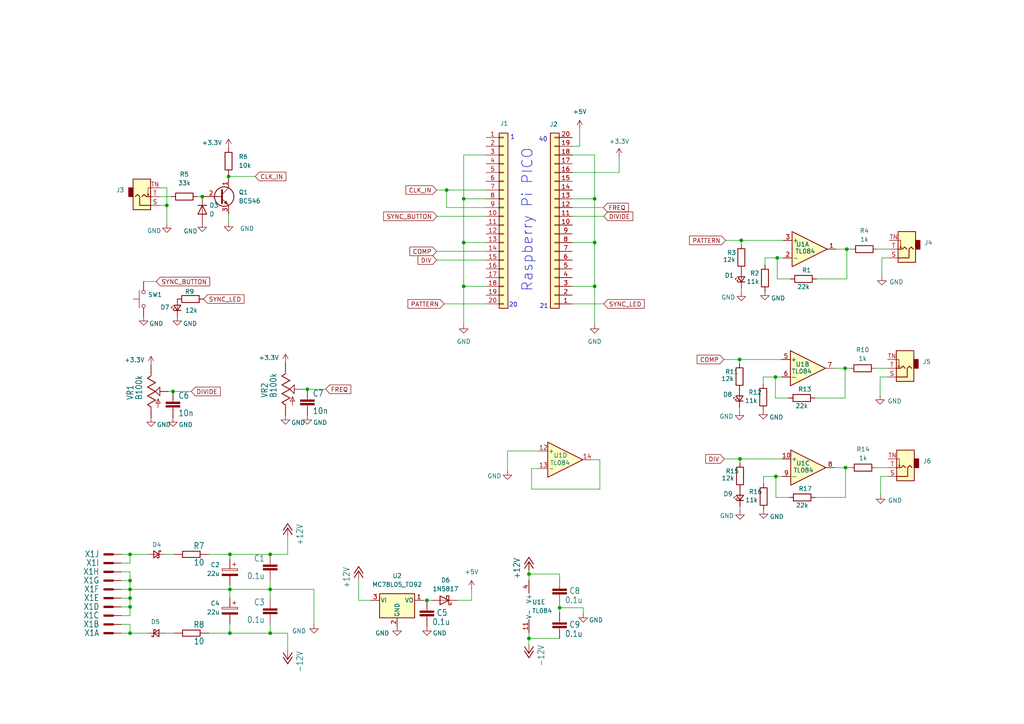
<source format=kicad_sch>
(kicad_sch (version 20230121) (generator eeschema)
  (paper "A4")
  (title_block (title "m0xpd EUCLID+ Pi") (date "2024-03-30") (comment 1 "See: https://github.com/m0xpd/EUCLIDplus/blob/main/Software%20Version/README.md") (comment 2 "Published under CC BY-SA 4.0 License"))
  (lib_symbols
    (symbol "Amplifier_Operational:TL084" (pin_names (offset 0.127))
      (property "Reference" "U" (at 0 5.08 0))
      (property "Value" "TL084" (at 0 -5.08 0))
      (symbol "TL084_1_1"
        (pin output line (at 7.62 0 180) (length 2.54) (name "~") (number "1"))
        (pin input line (at -7.62 -2.54 0) (length 2.54) (name "-") (number "2"))
        (pin input line (at -7.62 2.54 0) (length 2.54) (name "+") (number "3"))
      )
      (symbol "TL084_2_1"
        (pin input line (at -7.62 2.54 0) (length 2.54) (name "+") (number "5"))
        (pin input line (at -7.62 -2.54 0) (length 2.54) (name "-") (number "6"))
        (pin output line (at 7.62 0 180) (length 2.54) (name "~") (number "7"))
      )
      (symbol "TL084_3_1"
        (pin input line (at -7.62 2.54 0) (length 2.54) (name "+") (number "10"))
        (pin output line (at 7.62 0 180) (length 2.54) (name "~") (number "8"))
        (pin input line (at -7.62 -2.54 0) (length 2.54) (name "-") (number "9"))
      )
      (symbol "TL084_4_1"
        (pin input line (at -7.62 2.54 0) (length 2.54) (name "+") (number "12"))
        (pin input line (at -7.62 -2.54 0) (length 2.54) (name "-") (number "13"))
        (pin output line (at 7.62 0 180) (length 2.54) (name "~") (number "14"))
      )
      (symbol "TL084_5_1"
        (pin power_in line (at -2.54 -7.62 90) (length 3.81) (name "V-") (number "11"))
        (pin power_in line (at -2.54 7.62 270) (length 3.81) (name "V+") (number "4"))
      )
    )
    (symbol "Connector_Audio:AudioJack2_SwitchT"
      (property "Reference" "J" (at 0 8.89 0))
      (property "Value" "AudioJack2_SwitchT" (at 0 6.35 0))
      (symbol "AudioJack2_SwitchT_1_1"
        (pin passive line (at 5.08 2.54 180) (length 2.54) (name "~") (number "S"))
        (pin passive line (at 5.08 0 180) (length 2.54) (name "~") (number "T"))
        (pin passive line (at 5.08 -2.54 180) (length 2.54) (name "~") (number "TN"))
      )
    )
    (symbol "Connector_Generic:Conn_01x20" (pin_names (offset 1.016) hide)
      (property "Reference" "J" (at 0 25.4 0))
      (property "Value" "Conn_01x20" (at 0 -27.94 0))
      (symbol "Conn_01x20_1_1"
        (pin passive line (at -5.08 22.86 0) (length 3.81) (name "Pin_1") (number "1"))
        (pin passive line (at -5.08 0 0) (length 3.81) (name "Pin_10") (number "10"))
        (pin passive line (at -5.08 -2.54 0) (length 3.81) (name "Pin_11") (number "11"))
        (pin passive line (at -5.08 -5.08 0) (length 3.81) (name "Pin_12") (number "12"))
        (pin passive line (at -5.08 -7.62 0) (length 3.81) (name "Pin_13") (number "13"))
        (pin passive line (at -5.08 -10.16 0) (length 3.81) (name "Pin_14") (number "14"))
        (pin passive line (at -5.08 -12.7 0) (length 3.81) (name "Pin_15") (number "15"))
        (pin passive line (at -5.08 -15.24 0) (length 3.81) (name "Pin_16") (number "16"))
        (pin passive line (at -5.08 -17.78 0) (length 3.81) (name "Pin_17") (number "17"))
        (pin passive line (at -5.08 -20.32 0) (length 3.81) (name "Pin_18") (number "18"))
        (pin passive line (at -5.08 -22.86 0) (length 3.81) (name "Pin_19") (number "19"))
        (pin passive line (at -5.08 20.32 0) (length 3.81) (name "Pin_2") (number "2"))
        (pin passive line (at -5.08 -25.4 0) (length 3.81) (name "Pin_20") (number "20"))
        (pin passive line (at -5.08 17.78 0) (length 3.81) (name "Pin_3") (number "3"))
        (pin passive line (at -5.08 15.24 0) (length 3.81) (name "Pin_4") (number "4"))
        (pin passive line (at -5.08 12.7 0) (length 3.81) (name "Pin_5") (number "5"))
        (pin passive line (at -5.08 10.16 0) (length 3.81) (name "Pin_6") (number "6"))
        (pin passive line (at -5.08 7.62 0) (length 3.81) (name "Pin_7") (number "7"))
        (pin passive line (at -5.08 5.08 0) (length 3.81) (name "Pin_8") (number "8"))
        (pin passive line (at -5.08 2.54 0) (length 3.81) (name "Pin_9") (number "9"))
      )
    )
    (symbol "Device:C_Polarized" (pin_numbers hide) (pin_names (offset 0.254))
      (property "Reference" "C" (at 0.635 2.54 0))
      (property "Value" "C_Polarized" (at 0.635 -2.54 0))
      (symbol "C_Polarized_1_1"
        (pin passive line (at 0 3.81 270) (length 2.794) (name "~") (number "1"))
        (pin passive line (at 0 -3.81 90) (length 2.794) (name "~") (number "2"))
      )
    )
    (symbol "Device:D" (pin_numbers hide) (pin_names (offset 1.016) hide)
      (property "Reference" "D" (at 0 2.54 0))
      (property "Value" "D" (at 0 -2.54 0))
      (symbol "D_1_1"
        (pin passive line (at -3.81 0 0) (length 2.54) (name "K") (number "1"))
        (pin passive line (at 3.81 0 180) (length 2.54) (name "A") (number "2"))
      )
    )
    (symbol "Device:D_Schottky_Small" (pin_numbers hide) (pin_names (offset 0.254) hide)
      (property "Reference" "D" (at -1.27 2.032 0))
      (property "Value" "D_Schottky_Small" (at -7.112 -2.032 0))
      (symbol "D_Schottky_Small_1_1"
        (pin passive line (at -2.54 0 0) (length 1.778) (name "K") (number "1"))
        (pin passive line (at 2.54 0 180) (length 1.778) (name "A") (number "2"))
      )
    )
    (symbol "Device:LED_Small" (pin_numbers hide) (pin_names (offset 0.254) hide)
      (property "Reference" "D" (at -1.27 3.175 0))
      (property "Value" "LED_Small" (at -4.445 -2.54 0))
      (symbol "LED_Small_1_1"
        (pin passive line (at -2.54 0 0) (length 1.778) (name "K") (number "1"))
        (pin passive line (at 2.54 0 180) (length 1.778) (name "A") (number "2"))
      )
    )
    (symbol "Device:R" (pin_numbers hide) (pin_names (offset 0))
      (property "Reference" "R" (at 2.032 0 90))
      (property "Value" "R" (at 0 0 90))
      (symbol "R_1_1"
        (pin passive line (at 0 3.81 270) (length 1.27) (name "~") (number "1"))
        (pin passive line (at 0 -3.81 90) (length 1.27) (name "~") (number "2"))
      )
    )
    (symbol "Diode:1N5817" (pin_numbers hide) (pin_names (offset 1.016) hide)
      (property "Reference" "D" (at 0 2.54 0))
      (property "Value" "1N5817" (at 0 -2.54 0))
      (symbol "1N5817_1_1"
        (pin passive line (at -3.81 0 0) (length 2.54) (name "K") (number "1"))
        (pin passive line (at 3.81 0 180) (length 2.54) (name "A") (number "2"))
      )
    )
    (symbol "Regulator_Linear:MC78L05_TO92" (pin_names (offset 0.254))
      (property "Reference" "U" (at -3.81 3.175 0))
      (property "Value" "MC78L05_TO92" (at 0 3.175 0))
      (symbol "MC78L05_TO92_1_1"
        (pin power_out line (at 7.62 0 180) (length 2.54) (name "VO") (number "1"))
        (pin power_in line (at 0 -7.62 90) (length 2.54) (name "GND") (number "2"))
        (pin power_in line (at -7.62 0 0) (length 2.54) (name "VI") (number "3"))
      )
    )
    (symbol "Switch:SW_Push" (pin_numbers hide) (pin_names (offset 1.016) hide)
      (property "Reference" "SW" (at 1.27 2.54 0))
      (property "Value" "SW_Push" (at 0 -1.524 0))
      (symbol "SW_Push_0_1"
        (pin passive line (at -5.08 0 0) (length 2.54) (name "1") (number "1"))
        (pin passive line (at 5.08 0 180) (length 2.54) (name "2") (number "2"))
      )
    )
    (symbol "Transistor_BJT:BC546" (pin_names (offset 0) hide)
      (property "Reference" "Q" (at 5.08 1.905 0))
      (property "Value" "BC546" (at 5.08 0 0))
      (symbol "BC546_1_1"
        (pin passive line (at 2.54 5.08 270) (length 2.54) (name "C") (number "1"))
        (pin input line (at -5.08 0 0) (length 5.08) (name "B") (number "2"))
        (pin passive line (at 2.54 -5.08 90) (length 2.54) (name "E") (number "3"))
      )
    )
    (symbol "control board-eagle-import:9MM_SNAP-IN_POT_"
      (property "Reference" "VR" (at -5.08 -2.54 90))
      (property "Value" "9MM_SNAP-IN_POT_" (at -2.54 -2.54 90))
      (symbol "9MM_SNAP-IN_POT__1_0"
        (pin passive line (at 0 -7.62 90) (length 2.54) (name "A") (number "1"))
        (pin passive line (at 5.08 0 180) (length 2.54) (name "S") (number "2"))
        (pin passive line (at 0 7.62 270) (length 2.54) (name "E") (number "3"))
      )
    )
    (symbol "main board-eagle-import:+12V" (power)
      (property "Value" "+12V" (at -2.54 -5.08 90))
      (symbol "+12V_1_0"
        (pin power_in line (at 0 -2.54 90) (length 2.54) (name "+12V") (number "1"))
      )
    )
    (symbol "main board-eagle-import:-12V" (power)
      (property "Value" "-12V" (at -2.54 -2.54 90))
      (symbol "-12V_1_0"
        (pin power_in line (at 0 2.54 270) (length 2.54) (name "-12V") (number "1"))
      )
    )
    (symbol "main board-eagle-import:2510-"
      (property "Reference" "X" (at -1.27 0.889 0))
      (symbol "2510-_1_0"
        (pin passive line (at 5.08 0 180) (length 2.54) (name "KL") (number "1"))
      )
      (symbol "2510-_2_0"
        (pin passive line (at 5.08 0 180) (length 2.54) (name "KL") (number "2"))
      )
      (symbol "2510-_3_0"
        (pin passive line (at 5.08 0 180) (length 2.54) (name "KL") (number "3"))
      )
      (symbol "2510-_4_0"
        (pin passive line (at 5.08 0 180) (length 2.54) (name "KL") (number "4"))
      )
      (symbol "2510-_5_0"
        (pin passive line (at 5.08 0 180) (length 2.54) (name "KL") (number "5"))
      )
      (symbol "2510-_6_0"
        (pin passive line (at 5.08 0 180) (length 2.54) (name "KL") (number "6"))
      )
      (symbol "2510-_7_0"
        (pin passive line (at 5.08 0 180) (length 2.54) (name "KL") (number "7"))
      )
      (symbol "2510-_8_0"
        (pin passive line (at 5.08 0 180) (length 2.54) (name "KL") (number "8"))
      )
      (symbol "2510-_9_0"
        (pin passive line (at 5.08 0 180) (length 2.54) (name "KL") (number "9"))
      )
      (symbol "2510-_10_0"
        (pin passive line (at 5.08 0 180) (length 2.54) (name "KL") (number "10"))
      )
    )
    (symbol "main board-eagle-import:C-EU050-025X075"
      (property "Reference" "C" (at 1.524 0.381 0))
      (property "Value" "C-EU050-025X075" (at 1.524 -4.699 0))
      (symbol "C-EU050-025X075_1_0"
        (pin passive line (at 0 2.54 270) (length 2.54) (name "1") (number "1"))
        (pin passive line (at 0 -5.08 90) (length 2.54) (name "2") (number "2"))
      )
    )
    (symbol "main board-eagle-import:R-EU_0204/7"
      (property "Reference" "R" (at -3.81 1.4986 0))
      (property "Value" "R-EU_0204{slash}7" (at -3.81 -3.302 0))
      (symbol "R-EU_0204/7_1_0"
        (pin passive line (at -5.08 0 0) (length 2.54) (name "1") (number "1"))
        (pin passive line (at 5.08 0 180) (length 2.54) (name "2") (number "2"))
      )
    )
    (symbol "power:+3.3V" (power) (pin_names (offset 0))
      (property "Value" "+3.3V" (at 0 3.556 0))
      (symbol "+3.3V_1_1"
        (pin power_in line (at 0 0 90) (length 0) hide (name "+3.3V") (number "1"))
      )
    )
    (symbol "power:+5V" (power) (pin_names (offset 0))
      (property "Value" "+5V" (at 0 3.556 0))
      (symbol "+5V_1_1"
        (pin power_in line (at 0 0 90) (length 0) hide (name "+5V") (number "1"))
      )
    )
    (symbol "power:GND" (power) (pin_names (offset 0))
      (property "Value" "GND" (at 0 -3.81 0))
      (symbol "GND_1_1"
        (pin power_in line (at 0 0 270) (length 0) hide (name "GND") (number "1"))
      )
    )
  )
  (junction (at 162.306 176.276))
  (junction (at 245.11 106.807))
  (junction (at 48.387 59.563))
  (junction (at 37.719 168.402))
  (junction (at 37.719 173.482))
  (junction (at 50.165 113.538))
  (junction (at 134.493 70.358))
  (junction (at 245.618 72.263))
  (junction (at 37.719 183.642))
  (junction (at 123.825 174.117))
  (junction (at 37.719 176.022))
  (junction (at 66.675 183.642))
  (junction (at 89.154 112.903))
  (junction (at 134.493 57.658))
  (junction (at 129.54 55.118))
  (junction (at 215.011 69.723))
  (junction (at 78.359 183.642))
  (junction (at 58.674 57.023))
  (junction (at 78.359 160.782))
  (junction (at 214.63 133.096))
  (junction (at 37.719 160.782))
  (junction (at 78.359 170.942))
  (junction (at 225.044 138.176))
  (junction (at 245.237 135.636))
  (junction (at 153.416 166.497))
  (junction (at 153.416 185.166))
  (junction (at 134.493 83.058))
  (junction (at 172.466 57.658))
  (junction (at 225.425 74.803))
  (junction (at 66.294 51.181))
  (junction (at 172.466 70.358))
  (junction (at 214.503 104.267))
  (junction (at 172.466 83.058))
  (junction (at 37.719 170.942))
  (junction (at 224.917 109.347))
  (junction (at 66.675 170.942))
  (junction (at 66.675 160.782))
  (wire (pts (xy 35.179 173.482) (xy 37.719 173.482)))
  (wire (pts (xy 147.193 130.81) (xy 147.193 136.525)))
  (wire (pts (xy 129.54 55.118) (xy 140.97 55.118)))
  (wire (pts (xy 245.237 135.636) (xy 246.507 135.636)))
  (wire (pts (xy 78.359 183.642) (xy 83.439 183.642)))
  (wire (pts (xy 37.719 176.022) (xy 37.719 178.562)))
  (wire (pts (xy 255.397 138.176) (xy 255.397 143.51)))
  (wire (pts (xy 66.294 51.181) (xy 66.294 51.943)))
  (wire (pts (xy 245.618 72.263) (xy 242.443 72.263)))
  (wire (pts (xy 245.237 144.272) (xy 245.237 135.636)))
  (wire (pts (xy 129.54 55.118) (xy 129.54 60.198)))
  (wire (pts (xy 153.416 165.481) (xy 153.416 166.497)))
  (wire (pts (xy 162.306 166.497) (xy 153.416 166.497)))
  (wire (pts (xy 83.439 160.782) (xy 83.439 155.702)))
  (wire (pts (xy 48.387 59.563) (xy 48.387 64.897)))
  (wire (pts (xy 46.228 57.023) (xy 49.657 57.023)))
  (wire (pts (xy 215.011 70.866) (xy 215.011 69.723)))
  (wire (pts (xy 153.416 183.515) (xy 153.416 185.166)))
  (wire (pts (xy 156.337 135.89) (xy 154.178 135.89)))
  (wire (pts (xy 134.493 70.358) (xy 134.493 83.058)))
  (wire (pts (xy 225.425 74.803) (xy 227.203 74.803)))
  (wire (pts (xy 37.719 168.402) (xy 37.719 170.942)))
  (wire (pts (xy 255.778 74.803) (xy 255.778 80.137)))
  (wire (pts (xy 221.869 74.803) (xy 225.425 74.803)))
  (wire (pts (xy 83.439 183.642) (xy 83.439 188.722)))
  (wire (pts (xy 37.719 183.642) (xy 35.179 183.642)))
  (wire (pts (xy 165.989 57.658) (xy 172.466 57.658)))
  (wire (pts (xy 66.675 160.782) (xy 60.579 160.782)))
  (wire (pts (xy 134.493 57.658) (xy 134.493 70.358)))
  (wire (pts (xy 78.359 168.402) (xy 78.359 170.942)))
  (wire (pts (xy 214.63 134.239) (xy 214.63 133.096)))
  (wire (pts (xy 123.825 174.117) (xy 125.095 174.117)))
  (wire (pts (xy 153.416 185.166) (xy 153.416 186.944)))
  (wire (pts (xy 66.675 180.975) (xy 66.675 183.642)))
  (wire (pts (xy 50.165 113.538) (xy 55.499 113.538)))
  (wire (pts (xy 78.359 170.942) (xy 66.675 170.942)))
  (wire (pts (xy 37.719 178.562) (xy 35.179 178.562)))
  (wire (pts (xy 35.179 160.782) (xy 37.719 160.782)))
  (wire (pts (xy 78.359 170.942) (xy 78.359 173.482)))
  (wire (pts (xy 214.503 118.11) (xy 214.503 119.253)))
  (wire (pts (xy 35.179 176.022) (xy 37.719 176.022)))
  (wire (pts (xy 126.619 75.438) (xy 140.97 75.438)))
  (wire (pts (xy 162.306 176.276) (xy 162.306 177.546)))
  (wire (pts (xy 221.488 138.176) (xy 221.488 140.208)))
  (wire (pts (xy 257.556 138.176) (xy 255.397 138.176)))
  (wire (pts (xy 257.429 106.807) (xy 254 106.807)))
  (wire (pts (xy 245.11 115.443) (xy 245.11 106.807)))
  (wire (pts (xy 48.895 113.538) (xy 50.165 113.538)))
  (wire (pts (xy 236.855 80.899) (xy 245.618 80.899)))
  (wire (pts (xy 132.715 174.117) (xy 136.779 174.117)))
  (wire (pts (xy 78.359 183.642) (xy 78.359 181.102)))
  (wire (pts (xy 66.294 50.546) (xy 66.294 51.181)))
  (wire (pts (xy 221.361 109.347) (xy 221.361 111.379)))
  (wire (pts (xy 255.27 109.347) (xy 255.27 114.681)))
  (wire (pts (xy 242.062 135.636) (xy 245.237 135.636)))
  (wire (pts (xy 169.164 177.927) (xy 169.164 176.276)))
  (wire (pts (xy 214.503 104.267) (xy 226.695 104.267)))
  (wire (pts (xy 225.425 74.803) (xy 225.425 80.899)))
  (wire (pts (xy 214.63 133.096) (xy 226.822 133.096)))
  (wire (pts (xy 57.277 57.023) (xy 58.674 57.023)))
  (wire (pts (xy 126.746 62.738) (xy 140.97 62.738)))
  (wire (pts (xy 156.337 130.81) (xy 147.193 130.81)))
  (wire (pts (xy 87.884 112.903) (xy 89.154 112.903)))
  (wire (pts (xy 37.719 173.482) (xy 37.719 176.022)))
  (wire (pts (xy 245.618 80.899) (xy 245.618 72.263)))
  (wire (pts (xy 128.778 88.138) (xy 140.97 88.138)))
  (wire (pts (xy 66.294 51.181) (xy 74.041 51.181)))
  (wire (pts (xy 210.058 133.096) (xy 214.63 133.096)))
  (wire (pts (xy 257.937 74.803) (xy 255.778 74.803)))
  (wire (pts (xy 210.439 69.723) (xy 215.011 69.723)))
  (wire (pts (xy 165.989 88.138) (xy 175.133 88.138)))
  (wire (pts (xy 154.178 135.89) (xy 154.178 141.859)))
  (wire (pts (xy 37.719 163.322) (xy 37.719 160.782)))
  (wire (pts (xy 225.425 80.899) (xy 229.235 80.899)))
  (wire (pts (xy 162.306 166.497) (xy 162.306 167.767)))
  (wire (pts (xy 173.99 133.35) (xy 171.577 133.35)))
  (wire (pts (xy 172.466 57.658) (xy 172.466 70.358)))
  (wire (pts (xy 107.569 174.117) (xy 104.013 174.117)))
  (wire (pts (xy 224.917 115.443) (xy 228.727 115.443)))
  (wire (pts (xy 35.179 181.102) (xy 37.719 181.102)))
  (wire (pts (xy 66.675 160.782) (xy 66.675 162.179)))
  (wire (pts (xy 42.799 160.782) (xy 37.719 160.782)))
  (wire (pts (xy 35.179 168.402) (xy 37.719 168.402)))
  (wire (pts (xy 225.044 138.176) (xy 225.044 144.272)))
  (wire (pts (xy 209.931 104.267) (xy 214.503 104.267)))
  (wire (pts (xy 165.989 62.738) (xy 175.133 62.738)))
  (wire (pts (xy 35.179 165.862) (xy 37.719 165.862)))
  (wire (pts (xy 126.619 55.118) (xy 129.54 55.118)))
  (wire (pts (xy 179.578 45.593) (xy 179.578 50.038)))
  (wire (pts (xy 41.656 81.661) (xy 45.339 81.661)))
  (wire (pts (xy 136.779 170.942) (xy 136.779 174.117)))
  (wire (pts (xy 140.97 60.198) (xy 129.54 60.198)))
  (wire (pts (xy 221.361 109.347) (xy 224.917 109.347)))
  (wire (pts (xy 134.493 83.058) (xy 134.493 94.107)))
  (wire (pts (xy 221.869 74.803) (xy 221.869 76.835)))
  (wire (pts (xy 241.935 106.807) (xy 245.11 106.807)))
  (wire (pts (xy 78.359 170.942) (xy 91.059 170.942)))
  (wire (pts (xy 165.989 44.958) (xy 172.466 44.958)))
  (wire (pts (xy 126.619 72.898) (xy 140.97 72.898)))
  (wire (pts (xy 104.013 168.148) (xy 104.013 174.117)))
  (wire (pts (xy 172.466 83.058) (xy 172.466 94.107)))
  (wire (pts (xy 66.675 183.642) (xy 60.579 183.642)))
  (wire (pts (xy 236.474 144.272) (xy 245.237 144.272)))
  (wire (pts (xy 37.719 165.862) (xy 37.719 168.402)))
  (wire (pts (xy 169.164 176.276) (xy 162.306 176.276)))
  (wire (pts (xy 257.556 135.636) (xy 254.127 135.636)))
  (wire (pts (xy 162.306 175.387) (xy 162.306 176.276)))
  (wire (pts (xy 172.466 44.958) (xy 172.466 57.658)))
  (wire (pts (xy 221.488 138.176) (xy 225.044 138.176)))
  (wire (pts (xy 46.228 59.563) (xy 48.387 59.563)))
  (wire (pts (xy 225.044 138.176) (xy 226.822 138.176)))
  (wire (pts (xy 122.809 174.117) (xy 123.825 174.117)))
  (wire (pts (xy 134.493 44.958) (xy 134.493 57.658)))
  (wire (pts (xy 165.989 60.198) (xy 175.006 60.198)))
  (wire (pts (xy 66.675 169.799) (xy 66.675 170.942)))
  (wire (pts (xy 236.347 115.443) (xy 245.11 115.443)))
  (wire (pts (xy 91.059 170.942) (xy 91.059 181.102)))
  (wire (pts (xy 153.416 185.166) (xy 162.306 185.166)))
  (wire (pts (xy 257.429 109.347) (xy 255.27 109.347)))
  (wire (pts (xy 214.63 146.939) (xy 214.63 148.082)))
  (wire (pts (xy 134.493 83.058) (xy 140.97 83.058)))
  (wire (pts (xy 50.419 183.642) (xy 47.879 183.642)))
  (wire (pts (xy 245.11 106.807) (xy 246.38 106.807)))
  (wire (pts (xy 140.97 44.958) (xy 134.493 44.958)))
  (wire (pts (xy 134.493 57.658) (xy 140.97 57.658)))
  (wire (pts (xy 66.294 62.103) (xy 66.294 64.516)))
  (wire (pts (xy 78.359 160.782) (xy 66.675 160.782)))
  (wire (pts (xy 224.917 109.347) (xy 224.917 115.443)))
  (wire (pts (xy 168.148 37.465) (xy 168.148 42.418)))
  (wire (pts (xy 37.719 181.102) (xy 37.719 183.642)))
  (wire (pts (xy 215.011 83.566) (xy 215.011 84.709)))
  (wire (pts (xy 42.799 183.642) (xy 37.719 183.642)))
  (wire (pts (xy 214.503 105.41) (xy 214.503 104.267)))
  (wire (pts (xy 225.044 144.272) (xy 228.854 144.272)))
  (wire (pts (xy 257.937 72.263) (xy 254.508 72.263)))
  (wire (pts (xy 165.989 42.418) (xy 168.148 42.418)))
  (wire (pts (xy 35.179 163.322) (xy 37.719 163.322)))
  (wire (pts (xy 165.989 50.038) (xy 179.578 50.038)))
  (wire (pts (xy 50.419 160.782) (xy 47.879 160.782)))
  (wire (pts (xy 48.387 54.483) (xy 48.387 59.563)))
  (wire (pts (xy 165.989 83.058) (xy 172.466 83.058)))
  (wire (pts (xy 245.618 72.263) (xy 246.888 72.263)))
  (wire (pts (xy 215.011 69.723) (xy 227.203 69.723)))
  (wire (pts (xy 172.466 70.358) (xy 172.466 83.058)))
  (wire (pts (xy 78.359 183.642) (xy 66.675 183.642)))
  (wire (pts (xy 66.675 170.942) (xy 66.675 173.355)))
  (wire (pts (xy 165.989 70.358) (xy 172.466 70.358)))
  (wire (pts (xy 46.228 54.483) (xy 48.387 54.483)))
  (wire (pts (xy 154.178 141.859) (xy 173.99 141.859)))
  (wire (pts (xy 66.675 170.942) (xy 37.719 170.942)))
  (wire (pts (xy 134.493 70.358) (xy 140.97 70.358)))
  (wire (pts (xy 224.917 109.347) (xy 226.695 109.347)))
  (wire (pts (xy 89.154 112.903) (xy 94.488 112.903)))
  (wire (pts (xy 78.359 160.782) (xy 83.439 160.782)))
  (wire (pts (xy 35.179 170.942) (xy 37.719 170.942)))
  (wire (pts (xy 173.99 141.859) (xy 173.99 133.35)))
  (wire (pts (xy 153.416 166.497) (xy 153.416 168.275)))
  (wire (pts (xy 37.719 170.942) (xy 37.719 173.482)))
  (text "Raspberry Pi PICO" (at 154.686 84.836 90) (effects (font (size 3 3)) (justify left bottom)))
  (text "21" (at 156.464 89.662 0) (effects (font (size 1.27 1.27)) (justify left bottom)))
  (text "40" (at 156.21 41.275 0) (effects (font (size 1.27 1.27)) (justify left bottom)))
  (text "1" (at 147.955 40.64 0) (effects (font (size 1.27 1.27)) (justify left bottom)))
  (text "20" (at 147.574 89.281 0) (effects (font (size 1.27 1.27)) (justify left bottom)))
  (global_label "COMP" (shape input) (at 126.619 72.898 180) (property "Intersheetrefs" "${INTERSHEET_REFS}" (effects hide)))
  (global_label "FREQ" (shape input) (at 175.006 60.198 0) (property "Intersheetrefs" "${INTERSHEET_REFS}" (effects hide)))
  (global_label "PATTERN" (shape input) (at 128.778 88.138 180) (property "Intersheetrefs" "${INTERSHEET_REFS}" (effects hide)))
  (global_label "PATTERN" (shape input) (at 210.439 69.723 180) (property "Intersheetrefs" "${INTERSHEET_REFS}" (effects hide)))
  (global_label "FREQ" (shape input) (at 94.488 112.903 0) (property "Intersheetrefs" "${INTERSHEET_REFS}" (effects hide)))
  (global_label "SYNC_BUTTON" (shape input) (at 126.746 62.738 180) (property "Intersheetrefs" "${INTERSHEET_REFS}" (effects hide)))
  (global_label "DIVIDE" (shape input) (at 175.133 62.738 0) (property "Intersheetrefs" "${INTERSHEET_REFS}" (effects hide)))
  (global_label "COMP" (shape input) (at 209.931 104.267 180) (property "Intersheetrefs" "${INTERSHEET_REFS}" (effects hide)))
  (global_label "DIV" (shape input) (at 126.619 75.438 180) (property "Intersheetrefs" "${INTERSHEET_REFS}" (effects hide)))
  (global_label "DIVIDE" (shape input) (at 55.499 113.538 0) (property "Intersheetrefs" "${INTERSHEET_REFS}" (effects hide)))
  (global_label "SYNC_LED" (shape input) (at 175.133 88.138 0) (property "Intersheetrefs" "${INTERSHEET_REFS}" (effects hide)))
  (global_label "SYNC_LED" (shape input) (at 59.055 86.741 0) (property "Intersheetrefs" "${INTERSHEET_REFS}" (effects hide)))
  (global_label "CLK_IN" (shape input) (at 74.041 51.181 0) (property "Intersheetrefs" "${INTERSHEET_REFS}" (effects hide)))
  (global_label "SYNC_BUTTON" (shape input) (at 45.339 81.661 0) (property "Intersheetrefs" "${INTERSHEET_REFS}" (effects hide)))
  (global_label "DIV" (shape input) (at 210.058 133.096 180) (property "Intersheetrefs" "${INTERSHEET_REFS}" (effects hide)))
  (global_label "CLK_IN" (shape input) (at 126.619 55.118 180) (property "Intersheetrefs" "${INTERSHEET_REFS}" (effects hide)))
  (symbol (lib_id "power:+3.3V") (at 82.804 105.283 0) (unit 1)
    (property "Reference" "#PWR021" (effects hide))
    (property "Value" "+3.3V" (at 77.978 103.759 0))
  )
  (symbol (lib_id "control board-eagle-import:9MM_SNAP-IN_POT_") (at 82.804 112.903 0) (unit 1)
    (property "Reference" "VR2" (at 77.724 115.443 90) (effects (font (size 1.778 1.5113)) (justify left bottom)))
    (property "Value" "B100k" (at 80.264 115.443 90) (effects (font (size 1.778 1.5113)) (justify left bottom)))
    (property "Footprint" "Potentiometer_THT:Potentiometer_Alpha_RD901F-40-00D_Single_Vertical_CircularHoles" (effects hide))
  )
  (symbol (lib_id "power:GND") (at 215.011 84.709 0) (unit 1)
    (property "Reference" "#PWR03" (effects hide))
    (property "Value" "GND" (at 211.201 86.233 0))
  )
  (symbol (lib_id "main board-eagle-import:C-EU050-025X075") (at 162.306 170.307 0) (unit 1)
    (property "Reference" "C8" (at 165.1 172.339 0) (effects (font (size 1.778 1.5113)) (justify left bottom)))
    (property "Value" "0.1u" (at 163.83 175.006 0) (effects (font (size 1.778 1.5113)) (justify left bottom)))
    (property "Footprint" "Capacitor_THT:C_Disc_D6.0mm_W2.5mm_P5.00mm" (effects hide))
  )
  (symbol (lib_id "Regulator_Linear:MC78L05_TO92") (at 115.189 174.117 0) (unit 1)
    (property "Reference" "U2" (at 115.189 167.005 0))
    (property "Value" "MC78L05_TO92" (at 115.189 169.545 0))
    (property "Footprint" "Package_TO_SOT_THT:TO-92_Inline" (effects hide))
    (property "Datasheet" "https://www.onsemi.com/pub/Collateral/MC78L00A-D.PDF" (effects hide))
  )
  (symbol (lib_id "power:GND") (at 214.63 148.082 0) (unit 1)
    (property "Reference" "#PWR030" (effects hide))
    (property "Value" "GND" (at 210.82 149.606 0))
  )
  (symbol (lib_id "power:+3.3V") (at 179.578 45.593 0) (unit 1)
    (property "Reference" "#PWR07" (effects hide))
    (property "Value" "+3.3V" (at 179.578 41.021 0))
  )
  (symbol (lib_id "power:GND") (at 58.674 64.643 0) (unit 1)
    (property "Reference" "#PWR06" (effects hide))
    (property "Value" "GND" (at 55.245 67.056 0))
  )
  (symbol (lib_id "main board-eagle-import:-12V") (at 153.416 189.484 0) (mirror y) (unit 1)
    (property "Reference" "#P-02" (effects hide))
    (property "Value" "-12V" (at 155.956 193.294 90) (effects (font (size 1.778 1.5113)) (justify left bottom)))
    (property "Footprint" "main board:" (effects hide))
  )
  (symbol (lib_id "main board-eagle-import:2510-") (at 30.099 178.562 0) (mirror x) (unit 3)
    (property "Reference" "X1" (at 28.829 179.451 0) (effects (font (size 1.778 1.5113)) (justify right top)))
    (property "Value" "2510-" (effects hide))
    (property "Footprint" "Connector_IDC:IDC-Header_2x05_P2.54mm_Vertical" (effects hide))
  )
  (symbol (lib_id "main board-eagle-import:-12V") (at 83.439 191.262 0) (mirror y) (unit 1)
    (property "Reference" "#P-01" (effects hide))
    (property "Value" "-12V" (at 85.979 195.072 90) (effects (font (size 1.778 1.5113)) (justify left bottom)))
    (property "Footprint" "main board:" (effects hide))
  )
  (symbol (lib_id "main board-eagle-import:C-EU050-025X075") (at 78.359 176.022 0) (mirror y) (unit 1)
    (property "Reference" "C3" (at 76.835 175.641 0) (effects (font (size 1.778 1.5113)) (justify left bottom)))
    (property "Value" "0.1u" (at 76.835 180.721 0) (effects (font (size 1.778 1.5113)) (justify left bottom)))
    (property "Footprint" "Capacitor_THT:C_Disc_D6.0mm_W2.5mm_P5.00mm" (effects hide))
  )
  (symbol (lib_id "main board-eagle-import:2510-") (at 30.099 168.402 0) (mirror x) (unit 7)
    (property "Reference" "X1" (at 28.829 169.291 0) (effects (font (size 1.778 1.5113)) (justify right top)))
    (property "Value" "2510-" (effects hide))
    (property "Footprint" "Connector_IDC:IDC-Header_2x05_P2.54mm_Vertical" (effects hide))
  )
  (symbol (lib_id "power:GND") (at 50.165 121.158 0) (unit 1)
    (property "Reference" "#PWR020" (effects hide))
    (property "Value" "GND" (at 53.848 123.19 0))
  )
  (symbol (lib_id "Device:R") (at 250.317 135.636 90) (unit 1)
    (property "Reference" "R14" (at 250.317 130.302 90))
    (property "Value" "1k" (at 250.317 132.842 90))
    (property "Footprint" "Resistor_THT:R_Axial_DIN0207_L6.3mm_D2.5mm_P7.62mm_Horizontal" (effects hide))
  )
  (symbol (lib_id "Device:C_Polarized") (at 66.675 177.165 0) (mirror y) (unit 1)
    (property "Reference" "C4" (at 63.754 175.006 0) (effects (justify left)))
    (property "Value" "22u" (at 63.754 177.546 0) (effects (justify left)))
    (property "Footprint" "Capacitor_THT:CP_Radial_D6.3mm_P2.50mm" (effects hide))
  )
  (symbol (lib_id "main board-eagle-import:2510-") (at 30.099 181.102 0) (mirror x) (unit 2)
    (property "Reference" "X1" (at 28.829 181.991 0) (effects (font (size 1.778 1.5113)) (justify right top)))
    (property "Value" "2510-" (effects hide))
    (property "Footprint" "Connector_IDC:IDC-Header_2x05_P2.54mm_Vertical" (effects hide))
  )
  (symbol (lib_id "power:GND") (at 255.778 80.137 0) (mirror y) (unit 1)
    (property "Reference" "#PWR010" (effects hide))
    (property "Value" "GND" (at 259.969 81.788 0))
  )
  (symbol (lib_id "main board-eagle-import:C-EU050-025X075") (at 50.165 116.078 0) (unit 1)
    (property "Reference" "C6" (at 51.689 115.697 0) (effects (font (size 1.778 1.5113)) (justify left bottom)))
    (property "Value" "10n" (at 51.689 120.777 0) (effects (font (size 1.778 1.5113)) (justify left bottom)))
    (property "Footprint" "Capacitor_THT:C_Disc_D5.0mm_W2.5mm_P2.50mm" (effects hide))
  )
  (symbol (lib_id "control board-eagle-import:9MM_SNAP-IN_POT_") (at 43.815 113.538 0) (unit 1)
    (property "Reference" "VR1" (at 38.735 116.078 90) (effects (font (size 1.778 1.5113)) (justify left bottom)))
    (property "Value" "B100k" (at 41.275 116.078 90) (effects (font (size 1.778 1.5113)) (justify left bottom)))
    (property "Footprint" "Potentiometer_THT:Potentiometer_Alpha_RD901F-40-00D_Single_Vertical_CircularHoles" (effects hide))
  )
  (symbol (lib_id "power:GND") (at 255.27 114.681 0) (mirror y) (unit 1)
    (property "Reference" "#PWR04" (effects hide))
    (property "Value" "GND" (at 259.461 116.332 0))
  )
  (symbol (lib_id "Device:D") (at 58.674 60.833 270) (unit 1)
    (property "Reference" "D3" (at 60.706 59.563 90) (effects (justify left)))
    (property "Value" "D" (at 60.706 62.103 90) (effects (justify left)))
    (property "Footprint" "Diode_THT:D_DO-34_SOD68_P7.62mm_Horizontal" (effects hide))
    (property "Sim.Device" "D" (effects hide))
    (property "Sim.Pins" "1=K 2=A" (effects hide))
  )
  (symbol (lib_id "Device:LED_Small") (at 215.011 81.026 90) (unit 1)
    (property "Reference" "D1" (at 210.185 79.883 90) (effects (justify right)))
    (property "Value" "LED_Small" (effects hide))
    (property "Footprint" "LED_THT:LED_D3.0mm" (effects hide))
  )
  (symbol (lib_id "power:GND") (at 214.503 119.253 0) (unit 1)
    (property "Reference" "#PWR027" (effects hide))
    (property "Value" "GND" (at 210.693 120.777 0))
  )
  (symbol (lib_id "power:GND") (at 43.815 121.158 0) (unit 1)
    (property "Reference" "#PWR018" (effects hide))
    (property "Value" "GND" (at 47.498 123.19 0))
  )
  (symbol (lib_id "Device:R") (at 221.488 144.018 0) (unit 1)
    (property "Reference" "R16" (at 217.17 142.621 0) (effects (justify left)))
    (property "Value" "11k" (at 216.154 145.034 0) (effects (justify left)))
    (property "Footprint" "Resistor_THT:R_Axial_DIN0207_L6.3mm_D2.5mm_P7.62mm_Horizontal" (effects hide))
  )
  (symbol (lib_id "Device:R") (at 55.245 86.741 90) (unit 1)
    (property "Reference" "R9" (at 54.991 84.582 90))
    (property "Value" "12k" (at 55.499 90.043 90))
    (property "Footprint" "Resistor_THT:R_Axial_DIN0207_L6.3mm_D2.5mm_P7.62mm_Horizontal" (effects hide))
  )
  (symbol (lib_id "power:+5V") (at 136.779 170.942 0) (unit 1)
    (property "Reference" "#PWR012" (effects hide))
    (property "Value" "+5V" (at 136.779 165.862 0))
  )
  (symbol (lib_id "power:GND") (at 115.189 181.737 0) (unit 1)
    (property "Reference" "#PWR011" (effects hide))
    (property "Value" "GND" (at 110.871 183.642 0))
  )
  (symbol (lib_id "main board-eagle-import:2510-") (at 30.099 176.022 0) (mirror x) (unit 4)
    (property "Reference" "X1" (at 28.829 176.911 0) (effects (font (size 1.778 1.5113)) (justify right top)))
    (property "Value" "2510-" (effects hide))
    (property "Footprint" "Connector_IDC:IDC-Header_2x05_P2.54mm_Vertical" (effects hide))
  )
  (symbol (lib_id "Connector_Audio:AudioJack2_SwitchT") (at 262.509 106.807 180) (unit 1)
    (property "Reference" "J5" (at 267.589 104.902 0) (effects (justify right)))
    (property "Value" "AudioJack2_SwitchT" (effects hide))
    (property "Footprint" "Connector_Audio:Jack_3.5mm_QingPu_WQP-PJ398SM_Vertical_CircularHoles" (effects hide))
  )
  (symbol (lib_id "Device:C_Polarized") (at 66.675 165.989 0) (mirror y) (unit 1)
    (property "Reference" "C2" (at 63.754 163.83 0) (effects (justify left)))
    (property "Value" "22u" (at 63.754 166.37 0) (effects (justify left)))
    (property "Footprint" "Capacitor_THT:CP_Radial_D6.3mm_P2.50mm" (effects hide))
  )
  (symbol (lib_id "Device:D_Schottky_Small") (at 45.339 183.642 0) (mirror x) (unit 1)
    (property "Reference" "D5" (at 45.085 180.34 0))
    (property "Value" "D_Schottky_Small" (effects hide))
    (property "Footprint" "Diode_THT:D_A-405_P7.62mm_Horizontal" (effects hide))
  )
  (symbol (lib_id "Device:R") (at 221.361 115.189 0) (unit 1)
    (property "Reference" "R12" (at 217.043 113.792 0) (effects (justify left)))
    (property "Value" "11k" (at 216.027 116.205 0) (effects (justify left)))
    (property "Footprint" "Resistor_THT:R_Axial_DIN0207_L6.3mm_D2.5mm_P7.62mm_Horizontal" (effects hide))
  )
  (symbol (lib_id "main board-eagle-import:2510-") (at 30.099 165.862 0) (mirror x) (unit 8)
    (property "Reference" "X1" (at 28.829 166.751 0) (effects (font (size 1.778 1.5113)) (justify right top)))
    (property "Value" "2510-" (effects hide))
    (property "Footprint" "Connector_IDC:IDC-Header_2x05_P2.54mm_Vertical" (effects hide))
  )
  (symbol (lib_id "Amplifier_Operational:TL084") (at 163.957 133.35 0) (unit 4)
    (property "Reference" "U1" (at 162.56 132.08 0))
    (property "Value" "TL084" (at 162.433 134.239 0))
    (property "Footprint" "Package_DIP:DIP-14_W7.62mm_LongPads" (effects hide))
    (property "Datasheet" "http://www.ti.com/lit/ds/symlink/tl081.pdf" (effects hide))
  )
  (symbol (lib_id "main board-eagle-import:C-EU050-025X075") (at 89.154 115.443 0) (unit 1)
    (property "Reference" "C7" (at 90.678 115.062 0) (effects (font (size 1.778 1.5113)) (justify left bottom)))
    (property "Value" "10n" (at 90.678 120.142 0) (effects (font (size 1.778 1.5113)) (justify left bottom)))
    (property "Footprint" "Capacitor_THT:C_Disc_D5.0mm_W2.5mm_P2.50mm" (effects hide))
  )
  (symbol (lib_id "Device:R") (at 221.869 80.645 0) (unit 1)
    (property "Reference" "R2" (at 217.551 79.248 0) (effects (justify left)))
    (property "Value" "11k" (at 216.535 81.661 0) (effects (justify left)))
    (property "Footprint" "Resistor_THT:R_Axial_DIN0207_L6.3mm_D2.5mm_P7.62mm_Horizontal" (effects hide))
  )
  (symbol (lib_id "Device:R") (at 215.011 74.676 0) (unit 1)
    (property "Reference" "R3" (at 210.82 73.279 0) (effects (justify left)))
    (property "Value" "12k" (at 209.677 75.311 0) (effects (justify left)))
    (property "Footprint" "Resistor_THT:R_Axial_DIN0207_L6.3mm_D2.5mm_P7.62mm_Horizontal" (effects hide))
  )
  (symbol (lib_id "power:+3.3V") (at 43.815 105.918 0) (unit 1)
    (property "Reference" "#PWR019" (effects hide))
    (property "Value" "+3.3V" (at 38.989 104.394 0))
  )
  (symbol (lib_id "power:GND") (at 255.397 143.51 0) (mirror y) (unit 1)
    (property "Reference" "#PWR028" (effects hide))
    (property "Value" "GND" (at 259.588 145.161 0))
  )
  (symbol (lib_id "power:+3.3V") (at 66.294 42.926 0) (unit 1)
    (property "Reference" "#PWR08" (effects hide))
    (property "Value" "+3.3V" (at 61.468 41.402 0))
  )
  (symbol (lib_id "Device:R") (at 250.698 72.263 90) (unit 1)
    (property "Reference" "R4" (at 250.698 66.929 90))
    (property "Value" "1k" (at 250.698 69.469 90))
    (property "Footprint" "Resistor_THT:R_Axial_DIN0207_L6.3mm_D2.5mm_P7.62mm_Horizontal" (effects hide))
  )
  (symbol (lib_id "Device:R") (at 232.664 144.272 270) (unit 1)
    (property "Reference" "R17" (at 233.553 141.732 90))
    (property "Value" "22k" (at 232.664 146.558 90))
    (property "Footprint" "Resistor_THT:R_Axial_DIN0207_L6.3mm_D2.5mm_P7.62mm_Horizontal" (effects hide))
  )
  (symbol (lib_id "Connector_Audio:AudioJack2_SwitchT") (at 263.017 72.263 180) (unit 1)
    (property "Reference" "J4" (at 268.097 70.358 0) (effects (justify right)))
    (property "Value" "AudioJack2_SwitchT" (effects hide))
    (property "Footprint" "Connector_Audio:Jack_3.5mm_QingPu_WQP-PJ398SM_Vertical_CircularHoles" (effects hide))
  )
  (symbol (lib_id "Device:LED_Small") (at 51.435 89.281 90) (unit 1)
    (property "Reference" "D7" (at 46.482 89.154 90) (effects (justify right)))
    (property "Value" "LED_Small" (effects hide))
    (property "Footprint" "LED_THT:LED_D3.0mm" (effects hide))
  )
  (symbol (lib_id "Device:D_Schottky_Small") (at 45.339 160.782 0) (mirror y) (unit 1)
    (property "Reference" "D4" (at 45.466 157.988 0))
    (property "Value" "D_Schottky_Small" (effects hide))
    (property "Footprint" "Diode_THT:D_A-405_P7.62mm_Horizontal" (effects hide))
  )
  (symbol (lib_id "power:GND") (at 123.825 181.737 0) (unit 1)
    (property "Reference" "#PWR013" (effects hide))
    (property "Value" "GND" (at 127.508 183.642 0))
  )
  (symbol (lib_id "power:GND") (at 221.361 118.999 0) (unit 1)
    (property "Reference" "#PWR026" (effects hide))
    (property "Value" "GND" (at 225.171 121.031 0))
  )
  (symbol (lib_id "power:GND") (at 221.488 147.828 0) (unit 1)
    (property "Reference" "#PWR029" (effects hide))
    (property "Value" "GND" (at 225.298 149.86 0))
  )
  (symbol (lib_id "Device:LED_Small") (at 214.503 115.57 90) (unit 1)
    (property "Reference" "D8" (at 209.677 114.427 90) (effects (justify right)))
    (property "Value" "LED_Small" (effects hide))
    (property "Footprint" "LED_THT:LED_D3.0mm" (effects hide))
  )
  (symbol (lib_id "Device:LED_Small") (at 214.63 144.399 90) (unit 1)
    (property "Reference" "D9" (at 209.804 143.256 90) (effects (justify right)))
    (property "Value" "LED_Small" (effects hide))
    (property "Footprint" "LED_THT:LED_D3.0mm" (effects hide))
  )
  (symbol (lib_id "Connector_Audio:AudioJack2_SwitchT") (at 41.148 57.023 0) (mirror x) (unit 1)
    (property "Reference" "J3" (at 36.068 55.118 0) (effects (justify right)))
    (property "Value" "AudioJack2_SwitchT" (effects hide))
    (property "Footprint" "Connector_Audio:Jack_3.5mm_QingPu_WQP-PJ398SM_Vertical_CircularHoles" (effects hide))
  )
  (symbol (lib_id "main board-eagle-import:2510-") (at 30.099 170.942 0) (mirror x) (unit 6)
    (property "Reference" "X1" (at 28.829 171.831 0) (effects (font (size 1.778 1.5113)) (justify right top)))
    (property "Value" "2510-" (effects hide))
    (property "Footprint" "Connector_IDC:IDC-Header_2x05_P2.54mm_Vertical" (effects hide))
  )
  (symbol (lib_id "power:GND") (at 66.294 64.516 0) (unit 1)
    (property "Reference" "#PWR05" (effects hide))
    (property "Value" "GND" (at 71.628 66.294 0))
  )
  (symbol (lib_id "Device:R") (at 250.19 106.807 90) (unit 1)
    (property "Reference" "R10" (at 250.19 101.473 90))
    (property "Value" "1k" (at 250.19 104.013 90))
    (property "Footprint" "Resistor_THT:R_Axial_DIN0207_L6.3mm_D2.5mm_P7.62mm_Horizontal" (effects hide))
  )
  (symbol (lib_id "Device:R") (at 233.045 80.899 270) (unit 1)
    (property "Reference" "R1" (at 233.934 78.359 90))
    (property "Value" "22k" (at 233.045 83.185 90))
    (property "Footprint" "Resistor_THT:R_Axial_DIN0207_L6.3mm_D2.5mm_P7.62mm_Horizontal" (effects hide))
  )
  (symbol (lib_id "Switch:SW_Push") (at 41.656 86.741 90) (unit 1)
    (property "Reference" "SW1" (at 42.926 85.471 90) (effects (justify right)))
    (property "Value" "SW_Push" (effects hide))
    (property "Footprint" "Button_Switch_THT:SW_PUSH_6mm_H13mm" (effects hide))
  )
  (symbol (lib_id "Amplifier_Operational:TL084") (at 234.315 106.807 0) (unit 2)
    (property "Reference" "U1" (at 232.791 105.664 0))
    (property "Value" "TL084" (at 232.537 107.696 0))
    (property "Footprint" "Package_DIP:DIP-14_W7.62mm_LongPads" (effects hide))
    (property "Datasheet" "http://www.ti.com/lit/ds/symlink/tl081.pdf" (effects hide))
  )
  (symbol (lib_id "power:GND") (at 221.869 84.455 0) (unit 1)
    (property "Reference" "#PWR02" (effects hide))
    (property "Value" "GND" (at 225.679 86.487 0))
  )
  (symbol (lib_id "main board-eagle-import:C-EU050-025X075") (at 162.306 180.086 0) (unit 1)
    (property "Reference" "C9" (at 165.1 182.118 0) (effects (font (size 1.778 1.5113)) (justify left bottom)))
    (property "Value" "0.1u" (at 163.83 184.785 0) (effects (font (size 1.778 1.5113)) (justify left bottom)))
    (property "Footprint" "Capacitor_THT:C_Disc_D6.0mm_W2.5mm_P5.00mm" (effects hide))
  )
  (symbol (lib_id "main board-eagle-import:C-EU050-025X075") (at 78.359 163.322 0) (mirror y) (unit 1)
    (property "Reference" "C1" (at 76.835 162.941 0) (effects (font (size 1.778 1.5113)) (justify left bottom)))
    (property "Value" "0.1u" (at 76.835 168.021 0) (effects (font (size 1.778 1.5113)) (justify left bottom)))
    (property "Footprint" "Capacitor_THT:C_Disc_D6.0mm_W2.5mm_P5.00mm" (effects hide))
  )
  (symbol (lib_id "main board-eagle-import:2510-") (at 30.099 163.322 0) (mirror x) (unit 9)
    (property "Reference" "X1" (at 28.829 164.211 0) (effects (font (size 1.778 1.5113)) (justify right top)))
    (property "Value" "2510-" (effects hide))
    (property "Footprint" "Connector_IDC:IDC-Header_2x05_P2.54mm_Vertical" (effects hide))
  )
  (symbol (lib_id "Connector_Generic:Conn_01x20") (at 160.909 65.278 180) (unit 1)
    (property "Reference" "J2" (at 161.798 36.068 0) (effects (justify left)))
    (property "Value" "Conn_01x20" (effects hide))
    (property "Footprint" "Connector_PinHeader_2.54mm:PinHeader_1x20_P2.54mm_Vertical" (effects hide))
  )
  (symbol (lib_id "power:GND") (at 48.387 64.897 0) (unit 1)
    (property "Reference" "#PWR09" (effects hide))
    (property "Value" "GND" (at 44.704 66.929 0))
  )
  (symbol (lib_id "power:GND") (at 91.059 181.102 0) (unit 1)
    (property "Reference" "#PWR024" (effects hide))
    (property "Value" "GND" (at 86.741 183.007 0))
  )
  (symbol (lib_id "Connector_Audio:AudioJack2_SwitchT") (at 262.636 135.636 180) (unit 1)
    (property "Reference" "J6" (at 267.716 133.731 0) (effects (justify right)))
    (property "Value" "AudioJack2_SwitchT" (effects hide))
    (property "Footprint" "Connector_Audio:Jack_3.5mm_QingPu_WQP-PJ398SM_Vertical_CircularHoles" (effects hide))
  )
  (symbol (lib_id "power:GND") (at 134.493 94.107 0) (unit 1)
    (property "Reference" "#PWR01" (effects hide))
    (property "Value" "GND" (at 134.493 99.06 0))
  )
  (symbol (lib_id "main board-eagle-import:C-EU050-025X075") (at 123.825 176.657 0) (unit 1)
    (property "Reference" "C5" (at 126.619 178.689 0) (effects (font (size 1.778 1.5113)) (justify left bottom)))
    (property "Value" "0.1u" (at 125.349 181.356 0) (effects (font (size 1.778 1.5113)) (justify left bottom)))
    (property "Footprint" "Capacitor_THT:C_Disc_D6.0mm_W2.5mm_P5.00mm" (effects hide))
  )
  (symbol (lib_id "Device:R") (at 53.467 57.023 270) (unit 1)
    (property "Reference" "R5" (at 53.467 50.546 90))
    (property "Value" "33k" (at 53.467 53.086 90))
    (property "Footprint" "Resistor_THT:R_Axial_DIN0207_L6.3mm_D2.5mm_P7.62mm_Horizontal" (effects hide))
  )
  (symbol (lib_id "main board-eagle-import:+12V") (at 83.439 153.162 0) (mirror y) (unit 1)
    (property "Reference" "#P+01" (effects hide))
    (property "Value" "+12V" (at 85.979 158.242 90) (effects (font (size 1.778 1.5113)) (justify left bottom)))
    (property "Footprint" "main board:" (effects hide))
  )
  (symbol (lib_id "main board-eagle-import:R-EU_0204/7") (at 55.499 183.642 0) (mirror y) (unit 1)
    (property "Reference" "R8" (at 59.309 182.1434 0) (effects (font (size 1.778 1.5113)) (justify left bottom)))
    (property "Value" "10" (at 59.309 186.944 0) (effects (font (size 1.778 1.5113)) (justify left bottom)))
    (property "Footprint" "Resistor_THT:R_Axial_DIN0207_L6.3mm_D2.5mm_P7.62mm_Horizontal" (effects hide))
  )
  (symbol (lib_id "main board-eagle-import:2510-") (at 30.099 173.482 0) (mirror x) (unit 5)
    (property "Reference" "X1" (at 28.829 174.371 0) (effects (font (size 1.778 1.5113)) (justify right top)))
    (property "Value" "2510-" (effects hide))
    (property "Footprint" "Connector_IDC:IDC-Header_2x05_P2.54mm_Vertical" (effects hide))
  )
  (symbol (lib_id "power:GND") (at 169.164 177.927 0) (unit 1)
    (property "Reference" "#PWR025" (effects hide))
    (property "Value" "GND" (at 172.847 179.832 0))
  )
  (symbol (lib_id "power:GND") (at 147.193 136.525 0) (unit 1)
    (property "Reference" "#PWR031" (effects hide))
    (property "Value" "GND" (at 143.383 138.049 0))
  )
  (symbol (lib_id "main board-eagle-import:2510-") (at 30.099 160.782 0) (mirror x) (unit 10)
    (property "Reference" "X1" (at 28.829 161.671 0) (effects (font (size 1.778 1.5113)) (justify right top)))
    (property "Value" "2510-" (effects hide))
    (property "Footprint" "Connector_IDC:IDC-Header_2x05_P2.54mm_Vertical" (effects hide))
  )
  (symbol (lib_id "power:GND") (at 82.804 120.523 0) (unit 1)
    (property "Reference" "#PWR022" (effects hide))
    (property "Value" "GND" (at 86.487 122.555 0))
  )
  (symbol (lib_id "Device:R") (at 214.503 109.22 0) (unit 1)
    (property "Reference" "R11" (at 210.312 107.823 0) (effects (justify left)))
    (property "Value" "12k" (at 209.169 109.855 0) (effects (justify left)))
    (property "Footprint" "Resistor_THT:R_Axial_DIN0207_L6.3mm_D2.5mm_P7.62mm_Horizontal" (effects hide))
  )
  (symbol (lib_id "Amplifier_Operational:TL084") (at 234.442 135.636 0) (unit 3)
    (property "Reference" "U1" (at 232.918 134.366 0))
    (property "Value" "TL084" (at 233.045 136.398 0))
    (property "Footprint" "Package_DIP:DIP-14_W7.62mm_LongPads" (effects hide))
    (property "Datasheet" "http://www.ti.com/lit/ds/symlink/tl081.pdf" (effects hide))
  )
  (symbol (lib_id "power:GND") (at 41.656 91.821 0) (unit 1)
    (property "Reference" "#PWR016" (effects hide))
    (property "Value" "GND" (at 45.339 93.853 0))
  )
  (symbol (lib_id "Amplifier_Operational:TL084") (at 234.823 72.263 0) (unit 1)
    (property "Reference" "U1" (at 232.791 70.866 0))
    (property "Value" "TL084" (at 233.553 72.898 0))
    (property "Footprint" "Package_DIP:DIP-14_W7.62mm_LongPads" (effects hide))
    (property "Datasheet" "http://www.ti.com/lit/ds/symlink/tl081.pdf" (effects hide))
  )
  (symbol (lib_id "main board-eagle-import:2510-") (at 30.099 183.642 0) (mirror x) (unit 1)
    (property "Reference" "X1" (at 28.829 184.531 0) (effects (font (size 1.778 1.5113)) (justify right top)))
    (property "Value" "2510-" (effects hide))
    (property "Footprint" "Connector_IDC:IDC-Header_2x05_P2.54mm_Vertical" (effects hide))
  )
  (symbol (lib_id "Connector_Generic:Conn_01x20") (at 146.05 62.738 0) (unit 1)
    (property "Reference" "J1" (at 145.034 35.814 0) (effects (justify left)))
    (property "Value" "Conn_01x20" (effects hide))
    (property "Footprint" "Connector_PinHeader_2.54mm:PinHeader_1x20_P2.54mm_Vertical" (effects hide))
  )
  (symbol (lib_id "Diode:1N5817") (at 128.905 174.117 180) (unit 1)
    (property "Reference" "D6" (at 129.2225 168.275 0))
    (property "Value" "1N5817" (at 129.2225 170.815 0))
    (property "Footprint" "Diode_THT:D_DO-41_SOD81_P10.16mm_Horizontal" (effects hide))
    (property "Datasheet" "http://www.vishay.com/docs/88525/1n5817.pdf" (effects hide))
  )
  (symbol (lib_id "power:GND") (at 89.154 120.523 0) (unit 1)
    (property "Reference" "#PWR023" (effects hide))
    (property "Value" "GND" (at 92.837 122.555 0))
  )
  (symbol (lib_id "power:GND") (at 51.435 91.821 0) (unit 1)
    (property "Reference" "#PWR017" (effects hide))
    (property "Value" "GND" (at 55.118 93.853 0))
  )
  (symbol (lib_id "main board-eagle-import:+12V") (at 153.416 162.941 0) (unit 1)
    (property "Reference" "#P+03" (effects hide))
    (property "Value" "+12V" (at 150.876 168.021 90) (effects (font (size 1.778 1.5113)) (justify left bottom)))
    (property "Footprint" "main board:" (effects hide))
  )
  (symbol (lib_id "Transistor_BJT:BC546") (at 63.754 57.023 0) (unit 1)
    (property "Reference" "Q1" (at 69.215 55.753 0) (effects (justify left)))
    (property "Value" "BC546" (at 69.215 58.293 0) (effects (justify left)))
    (property "Footprint" "Package_TO_SOT_THT:TO-92_HandSolder" (effects hide))
    (property "Datasheet" "https://www.onsemi.com/pub/Collateral/BC550-D.pdf" (effects hide))
  )
  (symbol (lib_id "main board-eagle-import:+12V") (at 104.013 165.608 0) (unit 1)
    (property "Reference" "#P+02" (effects hide))
    (property "Value" "+12V" (at 101.473 170.688 90) (effects (font (size 1.778 1.5113)) (justify left bottom)))
    (property "Footprint" "main board:" (effects hide))
  )
  (symbol (lib_id "power:GND") (at 172.466 94.107 0) (mirror y) (unit 1)
    (property "Reference" "#PWR015" (effects hide))
    (property "Value" "GND" (at 172.466 99.06 0))
  )
  (symbol (lib_id "Device:R") (at 66.294 46.736 0) (unit 1)
    (property "Reference" "R6" (at 69.215 45.466 0) (effects (justify left)))
    (property "Value" "10k" (at 69.215 48.006 0) (effects (justify left)))
    (property "Footprint" "Resistor_THT:R_Axial_DIN0207_L6.3mm_D2.5mm_P7.62mm_Horizontal" (effects hide))
  )
  (symbol (lib_id "power:+5V") (at 168.148 37.465 0) (unit 1)
    (property "Reference" "#PWR014" (effects hide))
    (property "Value" "+5V" (at 168.148 32.385 0))
  )
  (symbol (lib_id "Device:R") (at 232.537 115.443 270) (unit 1)
    (property "Reference" "R13" (at 233.426 112.903 90))
    (property "Value" "22k" (at 232.537 117.729 90))
    (property "Footprint" "Resistor_THT:R_Axial_DIN0207_L6.3mm_D2.5mm_P7.62mm_Horizontal" (effects hide))
  )
  (symbol (lib_id "Amplifier_Operational:TL084") (at 155.956 175.895 0) (unit 5)
    (property "Reference" "U1" (at 154.305 174.625 0) (effects (justify left)))
    (property "Value" "TL084" (at 154.305 177.165 0) (effects (justify left)))
    (property "Footprint" "Package_DIP:DIP-14_W7.62mm_LongPads" (effects hide))
    (property "Datasheet" "http://www.ti.com/lit/ds/symlink/tl081.pdf" (effects hide))
  )
  (symbol (lib_id "Device:R") (at 214.63 138.049 0) (unit 1)
    (property "Reference" "R15" (at 210.439 136.652 0) (effects (justify left)))
    (property "Value" "12k" (at 209.296 138.684 0) (effects (justify left)))
    (property "Footprint" "Resistor_THT:R_Axial_DIN0207_L6.3mm_D2.5mm_P7.62mm_Horizontal" (effects hide))
  )
  (symbol (lib_id "main board-eagle-import:R-EU_0204/7") (at 55.499 160.782 0) (mirror y) (unit 1)
    (property "Reference" "R7" (at 59.309 159.2834 0) (effects (font (size 1.778 1.5113)) (justify left bottom)))
    (property "Value" "10" (at 59.309 164.084 0) (effects (font (size 1.778 1.5113)) (justify left bottom)))
    (property "Footprint" "Resistor_THT:R_Axial_DIN0207_L6.3mm_D2.5mm_P7.62mm_Horizontal" (effects hide))
  )
)
</source>
